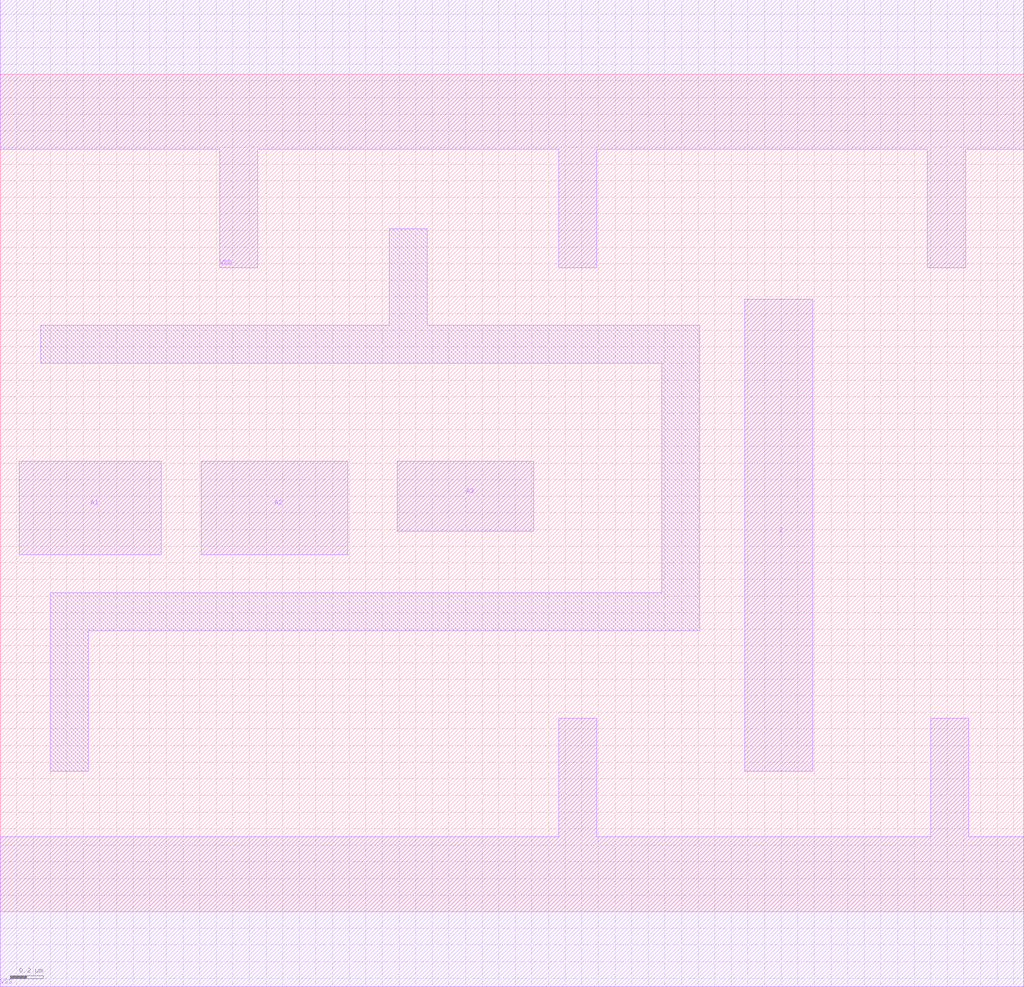
<source format=lef>
# Copyright 2022 GlobalFoundries PDK Authors
#
# Licensed under the Apache License, Version 2.0 (the "License");
# you may not use this file except in compliance with the License.
# You may obtain a copy of the License at
#
#      http://www.apache.org/licenses/LICENSE-2.0
#
# Unless required by applicable law or agreed to in writing, software
# distributed under the License is distributed on an "AS IS" BASIS,
# WITHOUT WARRANTIES OR CONDITIONS OF ANY KIND, either express or implied.
# See the License for the specific language governing permissions and
# limitations under the License.

MACRO gf180mcu_fd_sc_mcu9t5v0__and3_2
  CLASS core ;
  FOREIGN gf180mcu_fd_sc_mcu9t5v0__and3_2 0.0 0.0 ;
  ORIGIN 0 0 ;
  SYMMETRY X Y ;
  SITE GF018hv5v_green_sc9 ;
  SIZE 6.16 BY 5.04 ;
  PIN A1
    DIRECTION INPUT ;
    ANTENNAGATEAREA 1.522 ;
    PORT
      LAYER Metal1 ;
        POLYGON 0.115 2.15 0.97 2.15 0.97 2.71 0.115 2.71  ;
    END
  END A1
  PIN A2
    DIRECTION INPUT ;
    ANTENNAGATEAREA 1.522 ;
    PORT
      LAYER Metal1 ;
        POLYGON 1.21 2.15 2.09 2.15 2.09 2.71 1.21 2.71  ;
    END
  END A2
  PIN A3
    DIRECTION INPUT ;
    ANTENNAGATEAREA 1.522 ;
    PORT
      LAYER Metal1 ;
        POLYGON 2.39 2.29 3.21 2.29 3.21 2.71 2.39 2.71  ;
    END
  END A3
  PIN Z
    DIRECTION OUTPUT ;
    ANTENNADIFFAREA 1.638 ;
    PORT
      LAYER Metal1 ;
        POLYGON 4.48 0.845 4.89 0.845 4.89 3.685 4.48 3.685  ;
    END
  END Z
  PIN VDD
    DIRECTION INOUT ;
    USE power ;
    SHAPE ABUTMENT ;
    PORT
      LAYER Metal1 ;
        POLYGON 0 4.59 1.32 4.59 1.32 3.875 1.55 3.875 1.55 4.59 3.36 4.59 3.36 3.875 3.59 3.875 3.59 4.59 4.21 4.59 5.58 4.59 5.58 3.875 5.81 3.875 5.81 4.59 6.16 4.59 6.16 5.49 4.21 5.49 0 5.49  ;
    END
  END VDD
  PIN VSS
    DIRECTION INOUT ;
    USE ground ;
    SHAPE ABUTMENT ;
    PORT
      LAYER Metal1 ;
        POLYGON 0 -0.45 6.16 -0.45 6.16 0.45 5.83 0.45 5.83 1.165 5.6 1.165 5.6 0.45 3.59 0.45 3.59 1.165 3.36 1.165 3.36 0.45 0 0.45  ;
    END
  END VSS
  OBS
      LAYER Metal1 ;
        POLYGON 0.245 3.3 3.98 3.3 3.98 1.92 0.3 1.92 0.3 0.845 0.53 0.845 0.53 1.69 4.21 1.69 4.21 3.53 2.57 3.53 2.57 4.11 2.34 4.11 2.34 3.53 0.245 3.53  ;
  END
END gf180mcu_fd_sc_mcu9t5v0__and3_2

</source>
